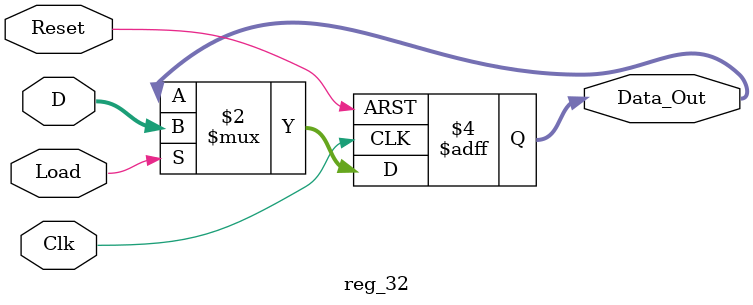
<source format=sv>
module reg_32 ( input						Clk, Reset, Load,
					input						[31:0] D,
					output logic 			[31:0] Data_Out);
					
		always_ff @ (posedge Clk or posedge Reset)
		begin
				// Setting the output Q[16..0] of the register to zeros as Reset is pressed
				if(Reset)
					Data_Out <= 32'b00000000000000000000000000000000;
				// Loading D into register when load button is pressed (will eiher be switches or result of sum)
				else if(Load)
					Data_Out <= D;
		end
		
endmodule
</source>
